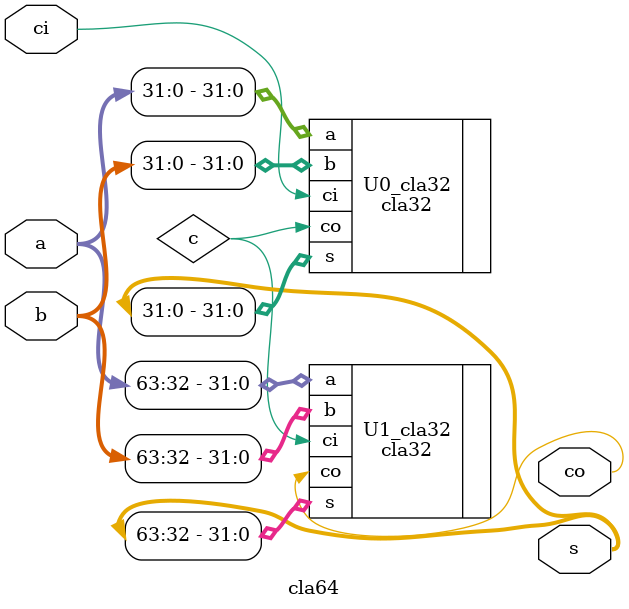
<source format=v>
module cla64(a, b, ci, s, co); // 64-bit cla
	input [63:0] a, b;
	input ci;
	output [63:0] s;
	output co;
	
	cla32 U0_cla32(.a(a[31:0]), .b(b[31:0]), .ci(ci), .s(s[31:0]), .co(c));
	cla32 U1_cla32(.a(a[63:32]), .b(b[63:32]), .ci(c), .s(s[63:32]), .co(co)); // 2 32-bit cla instance
endmodule

</source>
